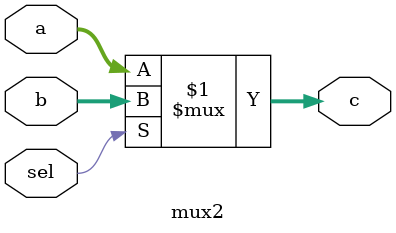
<source format=sv>
module galois_adder(
    input [N-1:0] a,
    input [N-1:0] b,
    output [N-1:0] s
);

    parameter N = 8;

    assign s = a ^ b;

endmodule : galois_adder


module galois_multiplication(
    input [(2*N)-2:0] a,
    input [(2*N)-2:0] b,
    input [N:0] p,
    output [N-1:0] s
);

    parameter N = 8;

    logic [(2*N)-2:0] m_out [(N<<1)-2:0];
    genvar i;
    generate 
        for (i=0; i<N;i=i+1 ) begin
            mux2 #(.N((2*N)-1)) m_i(
                .a(0),
                .b(a << i),
                .sel(b[i]),
                .c(m_out[i])
            );
        end
    endgenerate
    
    genvar j;
    generate
        for (j=0;j<N-1;j=j+1) begin
            galois_adder #(.N((2*N)-1)) g_i(
                .a(m_out[j<<1]),
                .b(m_out[(j<<1)+1]),
                .s(m_out[j+N])
            );
        end
    endgenerate

    polinomial_reduction #(.N(N)) polinomial_inst(
        .a(m_out[(N<<1)-2]),
        .p(p),
        .s(s)
    );



endmodule : galois_multiplication


module polinomial_reduction (
    input [(2*N)-2:0] a,
    input [(2*N)-2:0] p,
    output [N-1:0] s
);

    parameter N = 8;
    parameter degree_p = 8;

    logic [(2*N)-2:0] m_out [N-1:0]; 
    logic [(2*N)-2:0] polinomials [N-1:0]; 
    assign polinomials[N-1] = a;
    
    genvar i;
    generate 
        for (i=N-2; i>=0;i=i-1 ) begin
        
            mux2 #(.N((2*N)-1)) m_i(
                .a(0),
                .b(p << (degree_p-N+i)),
                .sel(polinomials[i+1][N+i]),
                .c(m_out[i])
            );
            
            galois_adder #(.N((2*N)-1)) g_i(
                .a(polinomials[i+1]),
                .b(m_out[i]),
                .s(polinomials[i])
            );
        end
    endgenerate

    assign s = polinomials[0];
    

endmodule : polinomial_reduction




module mux2 (
    input [N-1:0] a,
    input [N-1:0] b,
    input sel,
    output [N-1:0] c
);

    parameter N = 8;
    
    assign c = sel ? b : a ;

endmodule : mux2

</source>
